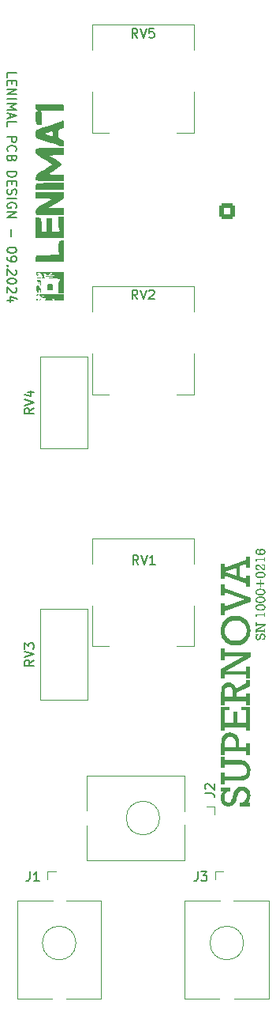
<source format=gto>
G04 #@! TF.GenerationSoftware,KiCad,Pcbnew,8.0.5*
G04 #@! TF.CreationDate,2024-11-24T11:29:42+01:00*
G04 #@! TF.ProjectId,wavefolder,77617665-666f-46c6-9465-722e6b696361,rev?*
G04 #@! TF.SameCoordinates,Original*
G04 #@! TF.FileFunction,Legend,Top*
G04 #@! TF.FilePolarity,Positive*
%FSLAX46Y46*%
G04 Gerber Fmt 4.6, Leading zero omitted, Abs format (unit mm)*
G04 Created by KiCad (PCBNEW 8.0.5) date 2024-11-24 11:29:42*
%MOMM*%
%LPD*%
G01*
G04 APERTURE LIST*
G04 Aperture macros list*
%AMRoundRect*
0 Rectangle with rounded corners*
0 $1 Rounding radius*
0 $2 $3 $4 $5 $6 $7 $8 $9 X,Y pos of 4 corners*
0 Add a 4 corners polygon primitive as box body*
4,1,4,$2,$3,$4,$5,$6,$7,$8,$9,$2,$3,0*
0 Add four circle primitives for the rounded corners*
1,1,$1+$1,$2,$3*
1,1,$1+$1,$4,$5*
1,1,$1+$1,$6,$7*
1,1,$1+$1,$8,$9*
0 Add four rect primitives between the rounded corners*
20,1,$1+$1,$2,$3,$4,$5,0*
20,1,$1+$1,$4,$5,$6,$7,0*
20,1,$1+$1,$6,$7,$8,$9,0*
20,1,$1+$1,$8,$9,$2,$3,0*%
G04 Aperture macros list end*
%ADD10C,0.150000*%
%ADD11C,0.120000*%
%ADD12C,0.000000*%
%ADD13R,1.930000X1.830000*%
%ADD14C,2.130000*%
%ADD15R,1.830000X1.930000*%
%ADD16O,4.000000X4.000000*%
%ADD17R,1.800000X1.800000*%
%ADD18C,1.800000*%
%ADD19C,1.440000*%
%ADD20RoundRect,0.250000X0.600000X-0.600000X0.600000X0.600000X-0.600000X0.600000X-0.600000X-0.600000X0*%
%ADD21C,1.700000*%
%ADD22C,2.000000*%
%ADD23R,1.600000X1.600000*%
%ADD24C,1.600000*%
G04 APERTURE END LIST*
D10*
G36*
X77165240Y-120416015D02*
G01*
X77098318Y-120416015D01*
X77098318Y-120289741D01*
X77410949Y-120289741D01*
X77410949Y-120416015D01*
X77338164Y-120416015D01*
X77296413Y-120448226D01*
X77263300Y-120484594D01*
X77235586Y-120532275D01*
X77219629Y-120585613D01*
X77215310Y-120635833D01*
X77218625Y-120685221D01*
X77231357Y-120734222D01*
X77249260Y-120766503D01*
X77287460Y-120798936D01*
X77335024Y-120811291D01*
X77346713Y-120811688D01*
X77397800Y-120802243D01*
X77438214Y-120771346D01*
X77440258Y-120768702D01*
X77464682Y-120726277D01*
X77482893Y-120678668D01*
X77494724Y-120637299D01*
X77526720Y-120515666D01*
X77541130Y-120467492D01*
X77559918Y-120418762D01*
X77584010Y-120372005D01*
X77608053Y-120337613D01*
X77643394Y-120299931D01*
X77683660Y-120270542D01*
X77715031Y-120256524D01*
X77763049Y-120244190D01*
X77815420Y-120238143D01*
X77841060Y-120237473D01*
X77891598Y-120240565D01*
X77945416Y-120251985D01*
X77993693Y-120271820D01*
X78036430Y-120300070D01*
X78063565Y-120325401D01*
X78095542Y-120366732D01*
X78119665Y-120413791D01*
X78135934Y-120466576D01*
X78143627Y-120516379D01*
X78145631Y-120561095D01*
X78142042Y-120612967D01*
X78131274Y-120663070D01*
X78113328Y-120711405D01*
X78088203Y-120757970D01*
X78055900Y-120802767D01*
X78043538Y-120817306D01*
X78130000Y-120817306D01*
X78130000Y-120946510D01*
X77754842Y-120946510D01*
X77754842Y-120817306D01*
X77844968Y-120817306D01*
X77893378Y-120786931D01*
X77933582Y-120753812D01*
X77970997Y-120710450D01*
X77996597Y-120663137D01*
X78010382Y-120611875D01*
X78013007Y-120575505D01*
X78008666Y-120524825D01*
X77993863Y-120477892D01*
X77968555Y-120440195D01*
X77926431Y-120409042D01*
X77876886Y-120394381D01*
X77843258Y-120392079D01*
X77792166Y-120401864D01*
X77749530Y-120431219D01*
X77719161Y-120472958D01*
X77698284Y-120520660D01*
X77689630Y-120548639D01*
X77653482Y-120677843D01*
X77637656Y-120727583D01*
X77616698Y-120779144D01*
X77593051Y-120823740D01*
X77562734Y-120866177D01*
X77546259Y-120883984D01*
X77504803Y-120916098D01*
X77456546Y-120937702D01*
X77407941Y-120948083D01*
X77367962Y-120950418D01*
X77319184Y-120947585D01*
X77267703Y-120937116D01*
X77222065Y-120918934D01*
X77177063Y-120888709D01*
X77157424Y-120869818D01*
X77124726Y-120825564D01*
X77103779Y-120780556D01*
X77089985Y-120729681D01*
X77083343Y-120672939D01*
X77082686Y-120646824D01*
X77086637Y-120593538D01*
X77098488Y-120541818D01*
X77118239Y-120491664D01*
X77145892Y-120443076D01*
X77165240Y-120416015D01*
G37*
G36*
X77227522Y-119355268D02*
G01*
X77227522Y-119503035D01*
X77098318Y-119503035D01*
X77098318Y-119078297D01*
X77227522Y-119078297D01*
X77227522Y-119230216D01*
X78145631Y-119230216D01*
X78145631Y-119390928D01*
X77260006Y-119887718D01*
X78000795Y-119887718D01*
X78000795Y-119739218D01*
X78130000Y-119739218D01*
X78130000Y-120162979D01*
X78000795Y-120162979D01*
X78000795Y-120015457D01*
X77227522Y-120015457D01*
X77227522Y-120162979D01*
X77098318Y-120162979D01*
X77098318Y-119810048D01*
X77903586Y-119355268D01*
X77227522Y-119355268D01*
G37*
G36*
X78003482Y-118037334D02*
G01*
X78130000Y-118037334D01*
X78130000Y-118455722D01*
X78003482Y-118455722D01*
X78003482Y-118313572D01*
X77221905Y-118313572D01*
X77221905Y-118455722D01*
X77098318Y-118455722D01*
X77098318Y-118171179D01*
X78003482Y-118171179D01*
X78003482Y-118037334D01*
G37*
G36*
X77666461Y-117083412D02*
G01*
X77715413Y-117086614D01*
X77771024Y-117093274D01*
X77823216Y-117103009D01*
X77871991Y-117115817D01*
X77902609Y-117126064D01*
X77952104Y-117146837D01*
X77996082Y-117171117D01*
X78039588Y-117203159D01*
X78075888Y-117239780D01*
X78083838Y-117249651D01*
X78110872Y-117291569D01*
X78130183Y-117337212D01*
X78141769Y-117386579D01*
X78145631Y-117439672D01*
X78142131Y-117492177D01*
X78131630Y-117540698D01*
X78109788Y-117593667D01*
X78077866Y-117640899D01*
X78043564Y-117675878D01*
X78002260Y-117706873D01*
X77955006Y-117733611D01*
X77902851Y-117755817D01*
X77845794Y-117773491D01*
X77796619Y-117784368D01*
X77744307Y-117792344D01*
X77688858Y-117797420D01*
X77630272Y-117799595D01*
X77615136Y-117799685D01*
X77563663Y-117798624D01*
X77514576Y-117795440D01*
X77458820Y-117788817D01*
X77406499Y-117779137D01*
X77357612Y-117766400D01*
X77326929Y-117756210D01*
X77277233Y-117735283D01*
X77233076Y-117710756D01*
X77189395Y-117678318D01*
X77152949Y-117641178D01*
X77144968Y-117631158D01*
X77117720Y-117588599D01*
X77098257Y-117542498D01*
X77086579Y-117492855D01*
X77082775Y-117440893D01*
X77203586Y-117440893D01*
X77210044Y-117490917D01*
X77232745Y-117538618D01*
X77271790Y-117577238D01*
X77306901Y-117597941D01*
X77356880Y-117617355D01*
X77407495Y-117630201D01*
X77465289Y-117639543D01*
X77518934Y-117644652D01*
X77577565Y-117647329D01*
X77615136Y-117647766D01*
X77667136Y-117646950D01*
X77726921Y-117643632D01*
X77780910Y-117637762D01*
X77829102Y-117629340D01*
X77879283Y-117615865D01*
X77927278Y-117595498D01*
X77969593Y-117566159D01*
X78002746Y-117525488D01*
X78020598Y-117476703D01*
X78023998Y-117439672D01*
X78016463Y-117386284D01*
X77993859Y-117340702D01*
X77956185Y-117302925D01*
X77928743Y-117285310D01*
X77880838Y-117264849D01*
X77830028Y-117251310D01*
X77780812Y-117242849D01*
X77725347Y-117236952D01*
X77676476Y-117234080D01*
X77623605Y-117232849D01*
X77609762Y-117232798D01*
X77556399Y-117233645D01*
X77507073Y-117236187D01*
X77451094Y-117241747D01*
X77401424Y-117249954D01*
X77350147Y-117263298D01*
X77301807Y-117283684D01*
X77295910Y-117287020D01*
X77255519Y-117316970D01*
X77223872Y-117357452D01*
X77206832Y-117405121D01*
X77203586Y-117440893D01*
X77082775Y-117440893D01*
X77082686Y-117439672D01*
X77086169Y-117387940D01*
X77096616Y-117340061D01*
X77118346Y-117287691D01*
X77150105Y-117240868D01*
X77191893Y-117199592D01*
X77225324Y-117175157D01*
X77272450Y-117148419D01*
X77324681Y-117126213D01*
X77382016Y-117108538D01*
X77431559Y-117097662D01*
X77484369Y-117089686D01*
X77540446Y-117084610D01*
X77599789Y-117082435D01*
X77615136Y-117082344D01*
X77666461Y-117083412D01*
G37*
G36*
X77666461Y-116261779D02*
G01*
X77715413Y-116264981D01*
X77771024Y-116271641D01*
X77823216Y-116281376D01*
X77871991Y-116294184D01*
X77902609Y-116304431D01*
X77952104Y-116325204D01*
X77996082Y-116349484D01*
X78039588Y-116381526D01*
X78075888Y-116418147D01*
X78083838Y-116428018D01*
X78110872Y-116469936D01*
X78130183Y-116515579D01*
X78141769Y-116564946D01*
X78145631Y-116618039D01*
X78142131Y-116670544D01*
X78131630Y-116719065D01*
X78109788Y-116772034D01*
X78077866Y-116819266D01*
X78043564Y-116854245D01*
X78002260Y-116885240D01*
X77955006Y-116911978D01*
X77902851Y-116934184D01*
X77845794Y-116951858D01*
X77796619Y-116962735D01*
X77744307Y-116970711D01*
X77688858Y-116975787D01*
X77630272Y-116977962D01*
X77615136Y-116978053D01*
X77563663Y-116976991D01*
X77514576Y-116973807D01*
X77458820Y-116967184D01*
X77406499Y-116957504D01*
X77357612Y-116944767D01*
X77326929Y-116934577D01*
X77277233Y-116913650D01*
X77233076Y-116889123D01*
X77189395Y-116856685D01*
X77152949Y-116819545D01*
X77144968Y-116809525D01*
X77117720Y-116766966D01*
X77098257Y-116720865D01*
X77086579Y-116671222D01*
X77082775Y-116619260D01*
X77203586Y-116619260D01*
X77210044Y-116669284D01*
X77232745Y-116716985D01*
X77271790Y-116755606D01*
X77306901Y-116776308D01*
X77356880Y-116795722D01*
X77407495Y-116808568D01*
X77465289Y-116817910D01*
X77518934Y-116823019D01*
X77577565Y-116825696D01*
X77615136Y-116826133D01*
X77667136Y-116825317D01*
X77726921Y-116821999D01*
X77780910Y-116816129D01*
X77829102Y-116807707D01*
X77879283Y-116794232D01*
X77927278Y-116773866D01*
X77969593Y-116744526D01*
X78002746Y-116703855D01*
X78020598Y-116655070D01*
X78023998Y-116618039D01*
X78016463Y-116564651D01*
X77993859Y-116519069D01*
X77956185Y-116481292D01*
X77928743Y-116463677D01*
X77880838Y-116443216D01*
X77830028Y-116429677D01*
X77780812Y-116421216D01*
X77725347Y-116415319D01*
X77676476Y-116412447D01*
X77623605Y-116411216D01*
X77609762Y-116411165D01*
X77556399Y-116412012D01*
X77507073Y-116414554D01*
X77451094Y-116420114D01*
X77401424Y-116428321D01*
X77350147Y-116441665D01*
X77301807Y-116462051D01*
X77295910Y-116465387D01*
X77255519Y-116495337D01*
X77223872Y-116535819D01*
X77206832Y-116583488D01*
X77203586Y-116619260D01*
X77082775Y-116619260D01*
X77082686Y-116618039D01*
X77086169Y-116566308D01*
X77096616Y-116518429D01*
X77118346Y-116466058D01*
X77150105Y-116419235D01*
X77191893Y-116377959D01*
X77225324Y-116353524D01*
X77272450Y-116326786D01*
X77324681Y-116304580D01*
X77382016Y-116286905D01*
X77431559Y-116276029D01*
X77484369Y-116268053D01*
X77540446Y-116262977D01*
X77599789Y-116260802D01*
X77615136Y-116260711D01*
X77666461Y-116261779D01*
G37*
G36*
X77666461Y-115440146D02*
G01*
X77715413Y-115443348D01*
X77771024Y-115450008D01*
X77823216Y-115459743D01*
X77871991Y-115472551D01*
X77902609Y-115482798D01*
X77952104Y-115503571D01*
X77996082Y-115527851D01*
X78039588Y-115559893D01*
X78075888Y-115596514D01*
X78083838Y-115606385D01*
X78110872Y-115648303D01*
X78130183Y-115693946D01*
X78141769Y-115743313D01*
X78145631Y-115796406D01*
X78142131Y-115848911D01*
X78131630Y-115897432D01*
X78109788Y-115950401D01*
X78077866Y-115997633D01*
X78043564Y-116032612D01*
X78002260Y-116063607D01*
X77955006Y-116090345D01*
X77902851Y-116112551D01*
X77845794Y-116130226D01*
X77796619Y-116141102D01*
X77744307Y-116149078D01*
X77688858Y-116154154D01*
X77630272Y-116156329D01*
X77615136Y-116156420D01*
X77563663Y-116155358D01*
X77514576Y-116152174D01*
X77458820Y-116145551D01*
X77406499Y-116135871D01*
X77357612Y-116123134D01*
X77326929Y-116112944D01*
X77277233Y-116092017D01*
X77233076Y-116067490D01*
X77189395Y-116035052D01*
X77152949Y-115997912D01*
X77144968Y-115987892D01*
X77117720Y-115945333D01*
X77098257Y-115899232D01*
X77086579Y-115849590D01*
X77082775Y-115797627D01*
X77203586Y-115797627D01*
X77210044Y-115847651D01*
X77232745Y-115895352D01*
X77271790Y-115933973D01*
X77306901Y-115954675D01*
X77356880Y-115974089D01*
X77407495Y-115986935D01*
X77465289Y-115996277D01*
X77518934Y-116001386D01*
X77577565Y-116004063D01*
X77615136Y-116004501D01*
X77667136Y-116003684D01*
X77726921Y-116000366D01*
X77780910Y-115994496D01*
X77829102Y-115986074D01*
X77879283Y-115972599D01*
X77927278Y-115952233D01*
X77969593Y-115922893D01*
X78002746Y-115882222D01*
X78020598Y-115833437D01*
X78023998Y-115796406D01*
X78016463Y-115743018D01*
X77993859Y-115697436D01*
X77956185Y-115659659D01*
X77928743Y-115642044D01*
X77880838Y-115621583D01*
X77830028Y-115608045D01*
X77780812Y-115599583D01*
X77725347Y-115593686D01*
X77676476Y-115590814D01*
X77623605Y-115589583D01*
X77609762Y-115589532D01*
X77556399Y-115590379D01*
X77507073Y-115592921D01*
X77451094Y-115598481D01*
X77401424Y-115606688D01*
X77350147Y-115620032D01*
X77301807Y-115640418D01*
X77295910Y-115643754D01*
X77255519Y-115673704D01*
X77223872Y-115714186D01*
X77206832Y-115761855D01*
X77203586Y-115797627D01*
X77082775Y-115797627D01*
X77082686Y-115796406D01*
X77086169Y-115744675D01*
X77096616Y-115696796D01*
X77118346Y-115644426D01*
X77150105Y-115597602D01*
X77191893Y-115556326D01*
X77225324Y-115531891D01*
X77272450Y-115505153D01*
X77324681Y-115482947D01*
X77382016Y-115465272D01*
X77431559Y-115454396D01*
X77484369Y-115446420D01*
X77540446Y-115441344D01*
X77599789Y-115439169D01*
X77615136Y-115439078D01*
X77666461Y-115440146D01*
G37*
G36*
X77551632Y-114472609D02*
G01*
X77669846Y-114472609D01*
X77669846Y-114821632D01*
X78020579Y-114821632D01*
X78020579Y-114938381D01*
X77669846Y-114938381D01*
X77669846Y-115287404D01*
X77551632Y-115287404D01*
X77551632Y-114938381D01*
X77207739Y-114938381D01*
X77207739Y-114821632D01*
X77551632Y-114821632D01*
X77551632Y-114472609D01*
G37*
G36*
X77666461Y-113606370D02*
G01*
X77715413Y-113609573D01*
X77771024Y-113616233D01*
X77823216Y-113625967D01*
X77871991Y-113638776D01*
X77902609Y-113649023D01*
X77952104Y-113669796D01*
X77996082Y-113694076D01*
X78039588Y-113726117D01*
X78075888Y-113762739D01*
X78083838Y-113772609D01*
X78110872Y-113814528D01*
X78130183Y-113860170D01*
X78141769Y-113909538D01*
X78145631Y-113962630D01*
X78142131Y-114015135D01*
X78131630Y-114063657D01*
X78109788Y-114116625D01*
X78077866Y-114163858D01*
X78043564Y-114198837D01*
X78002260Y-114229832D01*
X77955006Y-114256570D01*
X77902851Y-114278776D01*
X77845794Y-114296450D01*
X77796619Y-114307327D01*
X77744307Y-114315303D01*
X77688858Y-114320378D01*
X77630272Y-114322554D01*
X77615136Y-114322644D01*
X77563663Y-114321583D01*
X77514576Y-114318399D01*
X77458820Y-114311775D01*
X77406499Y-114302095D01*
X77357612Y-114289359D01*
X77326929Y-114279169D01*
X77277233Y-114258242D01*
X77233076Y-114233715D01*
X77189395Y-114201277D01*
X77152949Y-114164136D01*
X77144968Y-114154117D01*
X77117720Y-114111557D01*
X77098257Y-114065457D01*
X77086579Y-114015814D01*
X77082775Y-113963852D01*
X77203586Y-113963852D01*
X77210044Y-114013876D01*
X77232745Y-114061577D01*
X77271790Y-114100197D01*
X77306901Y-114120900D01*
X77356880Y-114140314D01*
X77407495Y-114153160D01*
X77465289Y-114162502D01*
X77518934Y-114167611D01*
X77577565Y-114170287D01*
X77615136Y-114170725D01*
X77667136Y-114169909D01*
X77726921Y-114166591D01*
X77780910Y-114160721D01*
X77829102Y-114152299D01*
X77879283Y-114138823D01*
X77927278Y-114118457D01*
X77969593Y-114089118D01*
X78002746Y-114048447D01*
X78020598Y-113999662D01*
X78023998Y-113962630D01*
X78016463Y-113909243D01*
X77993859Y-113863660D01*
X77956185Y-113825883D01*
X77928743Y-113808269D01*
X77880838Y-113787808D01*
X77830028Y-113774269D01*
X77780812Y-113765808D01*
X77725347Y-113759910D01*
X77676476Y-113757039D01*
X77623605Y-113755808D01*
X77609762Y-113755757D01*
X77556399Y-113756604D01*
X77507073Y-113759146D01*
X77451094Y-113764705D01*
X77401424Y-113772913D01*
X77350147Y-113786256D01*
X77301807Y-113806643D01*
X77295910Y-113809979D01*
X77255519Y-113839929D01*
X77223872Y-113880411D01*
X77206832Y-113928080D01*
X77203586Y-113963852D01*
X77082775Y-113963852D01*
X77082686Y-113962630D01*
X77086169Y-113910899D01*
X77096616Y-113863020D01*
X77118346Y-113810650D01*
X77150105Y-113763827D01*
X77191893Y-113722551D01*
X77225324Y-113698115D01*
X77272450Y-113671377D01*
X77324681Y-113649171D01*
X77382016Y-113631497D01*
X77431559Y-113620621D01*
X77484369Y-113612645D01*
X77540446Y-113607569D01*
X77599789Y-113605394D01*
X77615136Y-113605303D01*
X77666461Y-113606370D01*
G37*
G36*
X77362833Y-112831053D02*
G01*
X77414901Y-112835394D01*
X77462724Y-112848417D01*
X77510426Y-112872771D01*
X77514508Y-112875505D01*
X77556830Y-112909814D01*
X77593161Y-112946878D01*
X77626754Y-112986321D01*
X77656888Y-113025339D01*
X77662030Y-113032309D01*
X77711367Y-113098499D01*
X77744035Y-113141450D01*
X77776073Y-113182284D01*
X77808599Y-113221714D01*
X77811018Y-113224528D01*
X77846114Y-113260826D01*
X77884295Y-113292355D01*
X77895771Y-113300488D01*
X77938480Y-113324270D01*
X77985396Y-113340479D01*
X77999574Y-113343719D01*
X77999574Y-112954152D01*
X77754842Y-112948046D01*
X77754842Y-112822993D01*
X78130000Y-112831053D01*
X78130000Y-113493928D01*
X78076558Y-113491347D01*
X78026296Y-113484886D01*
X77972745Y-113472750D01*
X77923347Y-113455546D01*
X77911646Y-113450453D01*
X77867393Y-113428319D01*
X77822461Y-113401009D01*
X77782668Y-113371149D01*
X77758995Y-113349825D01*
X77721299Y-113311051D01*
X77687129Y-113272240D01*
X77652726Y-113229719D01*
X77637362Y-113209630D01*
X77560181Y-113107292D01*
X77529088Y-113067326D01*
X77493917Y-113030323D01*
X77466392Y-113008618D01*
X77420657Y-112987369D01*
X77368939Y-112980286D01*
X77319889Y-112985596D01*
X77272264Y-113005565D01*
X77248527Y-113025226D01*
X77220379Y-113067384D01*
X77207132Y-113116316D01*
X77205052Y-113149302D01*
X77209843Y-113201567D01*
X77226406Y-113248173D01*
X77258289Y-113285500D01*
X77265624Y-113290718D01*
X77310017Y-113311713D01*
X77361146Y-113323959D01*
X77415483Y-113329558D01*
X77453691Y-113330530D01*
X77489106Y-113330530D01*
X77489106Y-113467306D01*
X77448806Y-113467306D01*
X77398394Y-113465529D01*
X77342638Y-113458705D01*
X77292051Y-113446764D01*
X77239566Y-113426365D01*
X77194117Y-113398999D01*
X77188199Y-113394521D01*
X77151551Y-113359247D01*
X77122940Y-113319371D01*
X77108332Y-113290230D01*
X77092704Y-113241435D01*
X77084715Y-113190792D01*
X77082686Y-113145150D01*
X77085144Y-113095034D01*
X77093784Y-113043799D01*
X77110681Y-112993262D01*
X77122009Y-112970516D01*
X77151901Y-112926509D01*
X77187507Y-112890871D01*
X77224836Y-112865736D01*
X77269793Y-112845990D01*
X77317347Y-112834440D01*
X77362833Y-112831053D01*
G37*
G36*
X78003482Y-112095394D02*
G01*
X78130000Y-112095394D01*
X78130000Y-112513782D01*
X78003482Y-112513782D01*
X78003482Y-112371632D01*
X77221905Y-112371632D01*
X77221905Y-112513782D01*
X77098318Y-112513782D01*
X77098318Y-112229239D01*
X78003482Y-112229239D01*
X78003482Y-112095394D01*
G37*
G36*
X77843394Y-111172836D02*
G01*
X77894725Y-111181472D01*
X77943274Y-111195866D01*
X77969043Y-111206350D01*
X78016351Y-111232434D01*
X78057219Y-111265197D01*
X78091647Y-111304638D01*
X78097759Y-111313328D01*
X78123004Y-111359868D01*
X78138899Y-111411560D01*
X78145210Y-111462487D01*
X78145631Y-111480390D01*
X78142135Y-111531132D01*
X78129846Y-111584567D01*
X78108707Y-111634137D01*
X78089699Y-111665038D01*
X78057978Y-111702834D01*
X78018747Y-111736357D01*
X77972005Y-111765605D01*
X77924945Y-111787691D01*
X77917752Y-111790579D01*
X77864154Y-111808375D01*
X77813859Y-111820150D01*
X77759546Y-111828714D01*
X77701214Y-111834067D01*
X77649534Y-111836074D01*
X77628080Y-111836252D01*
X77565829Y-111834794D01*
X77507058Y-111830421D01*
X77451768Y-111823132D01*
X77399958Y-111812927D01*
X77351628Y-111799807D01*
X77296111Y-111779306D01*
X77246031Y-111754249D01*
X77227522Y-111742951D01*
X77185797Y-111711679D01*
X77151144Y-111676328D01*
X77118895Y-111628524D01*
X77096830Y-111574845D01*
X77086222Y-111525627D01*
X77082686Y-111472330D01*
X77086870Y-111415914D01*
X77099423Y-111365060D01*
X77120343Y-111319770D01*
X77149632Y-111280042D01*
X77170125Y-111259839D01*
X77210704Y-111229472D01*
X77256144Y-111206117D01*
X77306447Y-111189775D01*
X77361612Y-111180445D01*
X77395317Y-111178262D01*
X77395317Y-111303314D01*
X77343074Y-111315042D01*
X77296834Y-111336121D01*
X77260006Y-111363398D01*
X77226518Y-111404477D01*
X77208487Y-111452974D01*
X77205052Y-111489427D01*
X77213031Y-111540705D01*
X77236968Y-111585452D01*
X77276864Y-111623669D01*
X77305924Y-111642079D01*
X77353819Y-111663906D01*
X77400863Y-111678578D01*
X77453436Y-111689523D01*
X77511539Y-111696742D01*
X77564182Y-111699910D01*
X77586315Y-111700453D01*
X77547967Y-111658759D01*
X77517553Y-111615193D01*
X77495073Y-111569756D01*
X77480527Y-111522446D01*
X77473955Y-111473551D01*
X77608053Y-111473551D01*
X77614551Y-111522138D01*
X77634045Y-111570443D01*
X77661099Y-111611625D01*
X77697701Y-111652601D01*
X77735497Y-111686589D01*
X77743852Y-111693370D01*
X77793437Y-111685702D01*
X77851963Y-111671712D01*
X77901819Y-111653416D01*
X77951946Y-111624494D01*
X77988526Y-111588845D01*
X78014538Y-111537187D01*
X78021311Y-111486741D01*
X78015253Y-111436513D01*
X77994594Y-111389363D01*
X77959274Y-111350697D01*
X77917423Y-111324293D01*
X77869419Y-111307669D01*
X77820954Y-111301068D01*
X77803691Y-111300628D01*
X77753349Y-111305088D01*
X77704751Y-111320297D01*
X77663251Y-111346301D01*
X77629615Y-111385605D01*
X77611502Y-111435007D01*
X77608053Y-111473551D01*
X77473955Y-111473551D01*
X77473916Y-111473264D01*
X77473475Y-111456454D01*
X77477833Y-111405723D01*
X77490907Y-111357300D01*
X77510355Y-111315282D01*
X77539809Y-111273172D01*
X77577459Y-111237180D01*
X77618799Y-111209769D01*
X77666093Y-111188775D01*
X77718824Y-111175556D01*
X77770932Y-111170308D01*
X77789281Y-111169958D01*
X77843394Y-111172836D01*
G37*
X50430180Y-60712969D02*
X50430180Y-60236779D01*
X50430180Y-60236779D02*
X51430180Y-60236779D01*
X50953990Y-61046303D02*
X50953990Y-61379636D01*
X50430180Y-61522493D02*
X50430180Y-61046303D01*
X50430180Y-61046303D02*
X51430180Y-61046303D01*
X51430180Y-61046303D02*
X51430180Y-61522493D01*
X50430180Y-61951065D02*
X51430180Y-61951065D01*
X51430180Y-61951065D02*
X50430180Y-62522493D01*
X50430180Y-62522493D02*
X51430180Y-62522493D01*
X50430180Y-62998684D02*
X51430180Y-62998684D01*
X50430180Y-63474874D02*
X51430180Y-63474874D01*
X51430180Y-63474874D02*
X50715895Y-63808207D01*
X50715895Y-63808207D02*
X51430180Y-64141540D01*
X51430180Y-64141540D02*
X50430180Y-64141540D01*
X50715895Y-64570112D02*
X50715895Y-65046302D01*
X50430180Y-64474874D02*
X51430180Y-64808207D01*
X51430180Y-64808207D02*
X50430180Y-65141540D01*
X50430180Y-65951064D02*
X50430180Y-65474874D01*
X50430180Y-65474874D02*
X51430180Y-65474874D01*
X50430180Y-67046303D02*
X51430180Y-67046303D01*
X51430180Y-67046303D02*
X51430180Y-67427255D01*
X51430180Y-67427255D02*
X51382561Y-67522493D01*
X51382561Y-67522493D02*
X51334942Y-67570112D01*
X51334942Y-67570112D02*
X51239704Y-67617731D01*
X51239704Y-67617731D02*
X51096847Y-67617731D01*
X51096847Y-67617731D02*
X51001609Y-67570112D01*
X51001609Y-67570112D02*
X50953990Y-67522493D01*
X50953990Y-67522493D02*
X50906371Y-67427255D01*
X50906371Y-67427255D02*
X50906371Y-67046303D01*
X50525419Y-68617731D02*
X50477800Y-68570112D01*
X50477800Y-68570112D02*
X50430180Y-68427255D01*
X50430180Y-68427255D02*
X50430180Y-68332017D01*
X50430180Y-68332017D02*
X50477800Y-68189160D01*
X50477800Y-68189160D02*
X50573038Y-68093922D01*
X50573038Y-68093922D02*
X50668276Y-68046303D01*
X50668276Y-68046303D02*
X50858752Y-67998684D01*
X50858752Y-67998684D02*
X51001609Y-67998684D01*
X51001609Y-67998684D02*
X51192085Y-68046303D01*
X51192085Y-68046303D02*
X51287323Y-68093922D01*
X51287323Y-68093922D02*
X51382561Y-68189160D01*
X51382561Y-68189160D02*
X51430180Y-68332017D01*
X51430180Y-68332017D02*
X51430180Y-68427255D01*
X51430180Y-68427255D02*
X51382561Y-68570112D01*
X51382561Y-68570112D02*
X51334942Y-68617731D01*
X50953990Y-69379636D02*
X50906371Y-69522493D01*
X50906371Y-69522493D02*
X50858752Y-69570112D01*
X50858752Y-69570112D02*
X50763514Y-69617731D01*
X50763514Y-69617731D02*
X50620657Y-69617731D01*
X50620657Y-69617731D02*
X50525419Y-69570112D01*
X50525419Y-69570112D02*
X50477800Y-69522493D01*
X50477800Y-69522493D02*
X50430180Y-69427255D01*
X50430180Y-69427255D02*
X50430180Y-69046303D01*
X50430180Y-69046303D02*
X51430180Y-69046303D01*
X51430180Y-69046303D02*
X51430180Y-69379636D01*
X51430180Y-69379636D02*
X51382561Y-69474874D01*
X51382561Y-69474874D02*
X51334942Y-69522493D01*
X51334942Y-69522493D02*
X51239704Y-69570112D01*
X51239704Y-69570112D02*
X51144466Y-69570112D01*
X51144466Y-69570112D02*
X51049228Y-69522493D01*
X51049228Y-69522493D02*
X51001609Y-69474874D01*
X51001609Y-69474874D02*
X50953990Y-69379636D01*
X50953990Y-69379636D02*
X50953990Y-69046303D01*
X50430180Y-70808208D02*
X51430180Y-70808208D01*
X51430180Y-70808208D02*
X51430180Y-71046303D01*
X51430180Y-71046303D02*
X51382561Y-71189160D01*
X51382561Y-71189160D02*
X51287323Y-71284398D01*
X51287323Y-71284398D02*
X51192085Y-71332017D01*
X51192085Y-71332017D02*
X51001609Y-71379636D01*
X51001609Y-71379636D02*
X50858752Y-71379636D01*
X50858752Y-71379636D02*
X50668276Y-71332017D01*
X50668276Y-71332017D02*
X50573038Y-71284398D01*
X50573038Y-71284398D02*
X50477800Y-71189160D01*
X50477800Y-71189160D02*
X50430180Y-71046303D01*
X50430180Y-71046303D02*
X50430180Y-70808208D01*
X50953990Y-71808208D02*
X50953990Y-72141541D01*
X50430180Y-72284398D02*
X50430180Y-71808208D01*
X50430180Y-71808208D02*
X51430180Y-71808208D01*
X51430180Y-71808208D02*
X51430180Y-72284398D01*
X50477800Y-72665351D02*
X50430180Y-72808208D01*
X50430180Y-72808208D02*
X50430180Y-73046303D01*
X50430180Y-73046303D02*
X50477800Y-73141541D01*
X50477800Y-73141541D02*
X50525419Y-73189160D01*
X50525419Y-73189160D02*
X50620657Y-73236779D01*
X50620657Y-73236779D02*
X50715895Y-73236779D01*
X50715895Y-73236779D02*
X50811133Y-73189160D01*
X50811133Y-73189160D02*
X50858752Y-73141541D01*
X50858752Y-73141541D02*
X50906371Y-73046303D01*
X50906371Y-73046303D02*
X50953990Y-72855827D01*
X50953990Y-72855827D02*
X51001609Y-72760589D01*
X51001609Y-72760589D02*
X51049228Y-72712970D01*
X51049228Y-72712970D02*
X51144466Y-72665351D01*
X51144466Y-72665351D02*
X51239704Y-72665351D01*
X51239704Y-72665351D02*
X51334942Y-72712970D01*
X51334942Y-72712970D02*
X51382561Y-72760589D01*
X51382561Y-72760589D02*
X51430180Y-72855827D01*
X51430180Y-72855827D02*
X51430180Y-73093922D01*
X51430180Y-73093922D02*
X51382561Y-73236779D01*
X50430180Y-73665351D02*
X51430180Y-73665351D01*
X51382561Y-74665350D02*
X51430180Y-74570112D01*
X51430180Y-74570112D02*
X51430180Y-74427255D01*
X51430180Y-74427255D02*
X51382561Y-74284398D01*
X51382561Y-74284398D02*
X51287323Y-74189160D01*
X51287323Y-74189160D02*
X51192085Y-74141541D01*
X51192085Y-74141541D02*
X51001609Y-74093922D01*
X51001609Y-74093922D02*
X50858752Y-74093922D01*
X50858752Y-74093922D02*
X50668276Y-74141541D01*
X50668276Y-74141541D02*
X50573038Y-74189160D01*
X50573038Y-74189160D02*
X50477800Y-74284398D01*
X50477800Y-74284398D02*
X50430180Y-74427255D01*
X50430180Y-74427255D02*
X50430180Y-74522493D01*
X50430180Y-74522493D02*
X50477800Y-74665350D01*
X50477800Y-74665350D02*
X50525419Y-74712969D01*
X50525419Y-74712969D02*
X50858752Y-74712969D01*
X50858752Y-74712969D02*
X50858752Y-74522493D01*
X50430180Y-75141541D02*
X51430180Y-75141541D01*
X51430180Y-75141541D02*
X50430180Y-75712969D01*
X50430180Y-75712969D02*
X51430180Y-75712969D01*
X50811133Y-76951065D02*
X50811133Y-77712970D01*
X51430180Y-79141541D02*
X51430180Y-79236779D01*
X51430180Y-79236779D02*
X51382561Y-79332017D01*
X51382561Y-79332017D02*
X51334942Y-79379636D01*
X51334942Y-79379636D02*
X51239704Y-79427255D01*
X51239704Y-79427255D02*
X51049228Y-79474874D01*
X51049228Y-79474874D02*
X50811133Y-79474874D01*
X50811133Y-79474874D02*
X50620657Y-79427255D01*
X50620657Y-79427255D02*
X50525419Y-79379636D01*
X50525419Y-79379636D02*
X50477800Y-79332017D01*
X50477800Y-79332017D02*
X50430180Y-79236779D01*
X50430180Y-79236779D02*
X50430180Y-79141541D01*
X50430180Y-79141541D02*
X50477800Y-79046303D01*
X50477800Y-79046303D02*
X50525419Y-78998684D01*
X50525419Y-78998684D02*
X50620657Y-78951065D01*
X50620657Y-78951065D02*
X50811133Y-78903446D01*
X50811133Y-78903446D02*
X51049228Y-78903446D01*
X51049228Y-78903446D02*
X51239704Y-78951065D01*
X51239704Y-78951065D02*
X51334942Y-78998684D01*
X51334942Y-78998684D02*
X51382561Y-79046303D01*
X51382561Y-79046303D02*
X51430180Y-79141541D01*
X50430180Y-79951065D02*
X50430180Y-80141541D01*
X50430180Y-80141541D02*
X50477800Y-80236779D01*
X50477800Y-80236779D02*
X50525419Y-80284398D01*
X50525419Y-80284398D02*
X50668276Y-80379636D01*
X50668276Y-80379636D02*
X50858752Y-80427255D01*
X50858752Y-80427255D02*
X51239704Y-80427255D01*
X51239704Y-80427255D02*
X51334942Y-80379636D01*
X51334942Y-80379636D02*
X51382561Y-80332017D01*
X51382561Y-80332017D02*
X51430180Y-80236779D01*
X51430180Y-80236779D02*
X51430180Y-80046303D01*
X51430180Y-80046303D02*
X51382561Y-79951065D01*
X51382561Y-79951065D02*
X51334942Y-79903446D01*
X51334942Y-79903446D02*
X51239704Y-79855827D01*
X51239704Y-79855827D02*
X51001609Y-79855827D01*
X51001609Y-79855827D02*
X50906371Y-79903446D01*
X50906371Y-79903446D02*
X50858752Y-79951065D01*
X50858752Y-79951065D02*
X50811133Y-80046303D01*
X50811133Y-80046303D02*
X50811133Y-80236779D01*
X50811133Y-80236779D02*
X50858752Y-80332017D01*
X50858752Y-80332017D02*
X50906371Y-80379636D01*
X50906371Y-80379636D02*
X51001609Y-80427255D01*
X50525419Y-80855827D02*
X50477800Y-80903446D01*
X50477800Y-80903446D02*
X50430180Y-80855827D01*
X50430180Y-80855827D02*
X50477800Y-80808208D01*
X50477800Y-80808208D02*
X50525419Y-80855827D01*
X50525419Y-80855827D02*
X50430180Y-80855827D01*
X51334942Y-81284398D02*
X51382561Y-81332017D01*
X51382561Y-81332017D02*
X51430180Y-81427255D01*
X51430180Y-81427255D02*
X51430180Y-81665350D01*
X51430180Y-81665350D02*
X51382561Y-81760588D01*
X51382561Y-81760588D02*
X51334942Y-81808207D01*
X51334942Y-81808207D02*
X51239704Y-81855826D01*
X51239704Y-81855826D02*
X51144466Y-81855826D01*
X51144466Y-81855826D02*
X51001609Y-81808207D01*
X51001609Y-81808207D02*
X50430180Y-81236779D01*
X50430180Y-81236779D02*
X50430180Y-81855826D01*
X51430180Y-82474874D02*
X51430180Y-82570112D01*
X51430180Y-82570112D02*
X51382561Y-82665350D01*
X51382561Y-82665350D02*
X51334942Y-82712969D01*
X51334942Y-82712969D02*
X51239704Y-82760588D01*
X51239704Y-82760588D02*
X51049228Y-82808207D01*
X51049228Y-82808207D02*
X50811133Y-82808207D01*
X50811133Y-82808207D02*
X50620657Y-82760588D01*
X50620657Y-82760588D02*
X50525419Y-82712969D01*
X50525419Y-82712969D02*
X50477800Y-82665350D01*
X50477800Y-82665350D02*
X50430180Y-82570112D01*
X50430180Y-82570112D02*
X50430180Y-82474874D01*
X50430180Y-82474874D02*
X50477800Y-82379636D01*
X50477800Y-82379636D02*
X50525419Y-82332017D01*
X50525419Y-82332017D02*
X50620657Y-82284398D01*
X50620657Y-82284398D02*
X50811133Y-82236779D01*
X50811133Y-82236779D02*
X51049228Y-82236779D01*
X51049228Y-82236779D02*
X51239704Y-82284398D01*
X51239704Y-82284398D02*
X51334942Y-82332017D01*
X51334942Y-82332017D02*
X51382561Y-82379636D01*
X51382561Y-82379636D02*
X51430180Y-82474874D01*
X51334942Y-83189160D02*
X51382561Y-83236779D01*
X51382561Y-83236779D02*
X51430180Y-83332017D01*
X51430180Y-83332017D02*
X51430180Y-83570112D01*
X51430180Y-83570112D02*
X51382561Y-83665350D01*
X51382561Y-83665350D02*
X51334942Y-83712969D01*
X51334942Y-83712969D02*
X51239704Y-83760588D01*
X51239704Y-83760588D02*
X51144466Y-83760588D01*
X51144466Y-83760588D02*
X51001609Y-83712969D01*
X51001609Y-83712969D02*
X50430180Y-83141541D01*
X50430180Y-83141541D02*
X50430180Y-83760588D01*
X51096847Y-84617731D02*
X50430180Y-84617731D01*
X51477800Y-84379636D02*
X50763514Y-84141541D01*
X50763514Y-84141541D02*
X50763514Y-84760588D01*
G36*
X73595722Y-137148046D02*
G01*
X73394954Y-137148046D01*
X73394954Y-136769225D01*
X74332847Y-136769225D01*
X74332847Y-137148046D01*
X74114494Y-137148046D01*
X73989240Y-137244680D01*
X73889901Y-137353782D01*
X73806758Y-137496826D01*
X73758888Y-137656840D01*
X73745931Y-137807501D01*
X73755877Y-137955664D01*
X73794071Y-138102668D01*
X73847780Y-138199511D01*
X73962380Y-138296809D01*
X74105073Y-138333874D01*
X74140139Y-138335066D01*
X74293400Y-138306730D01*
X74414644Y-138214040D01*
X74420774Y-138206106D01*
X74494048Y-138078833D01*
X74548681Y-137936004D01*
X74584173Y-137811898D01*
X74680160Y-137446999D01*
X74723392Y-137302477D01*
X74779755Y-137156287D01*
X74852031Y-137016017D01*
X74924159Y-136912840D01*
X75030182Y-136799795D01*
X75150980Y-136711627D01*
X75245094Y-136669574D01*
X75389148Y-136632570D01*
X75546262Y-136614430D01*
X75623182Y-136612421D01*
X75774796Y-136621695D01*
X75936248Y-136655955D01*
X76081080Y-136715461D01*
X76209292Y-136800211D01*
X76290697Y-136876203D01*
X76386628Y-137000198D01*
X76458996Y-137141374D01*
X76507803Y-137299730D01*
X76530883Y-137449138D01*
X76536894Y-137583286D01*
X76526126Y-137738902D01*
X76493823Y-137889212D01*
X76439985Y-138034215D01*
X76364611Y-138173911D01*
X76267702Y-138308301D01*
X76230614Y-138351919D01*
X76490000Y-138351919D01*
X76490000Y-138739532D01*
X75364528Y-138739532D01*
X75364528Y-138351919D01*
X75634905Y-138351919D01*
X75780134Y-138260793D01*
X75900748Y-138161438D01*
X76012993Y-138031350D01*
X76089792Y-137889412D01*
X76131146Y-137735625D01*
X76139023Y-137626517D01*
X76125999Y-137474476D01*
X76081591Y-137333678D01*
X76005666Y-137220586D01*
X75879295Y-137127126D01*
X75730660Y-137083145D01*
X75629776Y-137076238D01*
X75476499Y-137105593D01*
X75348592Y-137193658D01*
X75257485Y-137318875D01*
X75194854Y-137461980D01*
X75168890Y-137545917D01*
X75060446Y-137933531D01*
X75012970Y-138082750D01*
X74950094Y-138237434D01*
X74879153Y-138371221D01*
X74788203Y-138498533D01*
X74738778Y-138551953D01*
X74614409Y-138648296D01*
X74469638Y-138713108D01*
X74323825Y-138744249D01*
X74203886Y-138751256D01*
X74057553Y-138742755D01*
X73903109Y-138711349D01*
X73766196Y-138656802D01*
X73631190Y-138566127D01*
X73572274Y-138509455D01*
X73474180Y-138376694D01*
X73411339Y-138241669D01*
X73369956Y-138089044D01*
X73350030Y-137918817D01*
X73348060Y-137840474D01*
X73359911Y-137680615D01*
X73395464Y-137525455D01*
X73454719Y-137374993D01*
X73537676Y-137229230D01*
X73595722Y-137148046D01*
G37*
G36*
X73782568Y-135531646D02*
G01*
X75355003Y-135531646D01*
X75503217Y-135526031D01*
X75656274Y-135505284D01*
X75805006Y-135462854D01*
X75938939Y-135391254D01*
X75963900Y-135371912D01*
X76065137Y-135257480D01*
X76128879Y-135113854D01*
X76154188Y-134959629D01*
X76155875Y-134902965D01*
X76143968Y-134755870D01*
X76102108Y-134612722D01*
X76020249Y-134481403D01*
X75965366Y-134426692D01*
X75840411Y-134347351D01*
X75699463Y-134298625D01*
X75553069Y-134272819D01*
X75385146Y-134262721D01*
X75359399Y-134262561D01*
X73782568Y-134262561D01*
X73782568Y-134625261D01*
X73394954Y-134625261D01*
X73394954Y-133409665D01*
X73782568Y-133409665D01*
X73782568Y-133796545D01*
X75403363Y-133796545D01*
X75569819Y-133803415D01*
X75723431Y-133824023D01*
X75890811Y-133866887D01*
X76039695Y-133929535D01*
X76170083Y-134011967D01*
X76246734Y-134077913D01*
X76345343Y-134192674D01*
X76423550Y-134325930D01*
X76481356Y-134477682D01*
X76518759Y-134647930D01*
X76534344Y-134803932D01*
X76536894Y-134903698D01*
X76529864Y-135068319D01*
X76508773Y-135219630D01*
X76464904Y-135383635D01*
X76400787Y-135528475D01*
X76316423Y-135654149D01*
X76248932Y-135727285D01*
X76130539Y-135820665D01*
X75991332Y-135894725D01*
X75831311Y-135949465D01*
X75682060Y-135980323D01*
X75518356Y-135997765D01*
X75376985Y-136002058D01*
X73782568Y-136002058D01*
X73782568Y-136385275D01*
X73394954Y-136385275D01*
X73394954Y-135165282D01*
X73782568Y-135165282D01*
X73782568Y-135531646D01*
G37*
G36*
X74511278Y-130852846D02*
G01*
X74676911Y-130886821D01*
X74827118Y-130945830D01*
X74961897Y-131029875D01*
X75048722Y-131105233D01*
X75152001Y-131237032D01*
X75220711Y-131377630D01*
X75271132Y-131543731D01*
X75299178Y-131701629D01*
X75314523Y-131877236D01*
X75317634Y-131991102D01*
X75317634Y-132399232D01*
X76102386Y-132399232D01*
X76102386Y-131995498D01*
X76490000Y-131995498D01*
X76490000Y-133256524D01*
X76102386Y-133256524D01*
X76102386Y-132869644D01*
X73782568Y-132869644D01*
X73782568Y-133256524D01*
X73394954Y-133256524D01*
X73394954Y-132100279D01*
X73395468Y-132076099D01*
X73782568Y-132076099D01*
X73782568Y-132399232D01*
X74942477Y-132399232D01*
X74942477Y-132109071D01*
X74938304Y-131957075D01*
X74923878Y-131809670D01*
X74892966Y-131662632D01*
X74889720Y-131651849D01*
X74823356Y-131511231D01*
X74715302Y-131405604D01*
X74707271Y-131400523D01*
X74563466Y-131342670D01*
X74416428Y-131321891D01*
X74346769Y-131319923D01*
X74194720Y-131333485D01*
X74054872Y-131380369D01*
X73936412Y-131470619D01*
X73918855Y-131491381D01*
X73846985Y-131621841D01*
X73805060Y-131779879D01*
X73787359Y-131929404D01*
X73782568Y-132076099D01*
X73395468Y-132076099D01*
X73398535Y-131931748D01*
X73409277Y-131776768D01*
X73430860Y-131613082D01*
X73462191Y-131467839D01*
X73496803Y-131358025D01*
X73562144Y-131215398D01*
X73654593Y-131085883D01*
X73767937Y-130986850D01*
X73806015Y-130963084D01*
X73949240Y-130900101D01*
X74100658Y-130863361D01*
X74253157Y-130846565D01*
X74357027Y-130843649D01*
X74511278Y-130852846D01*
G37*
G36*
X74285952Y-128476203D02*
G01*
X73782568Y-128476203D01*
X73782568Y-129805373D01*
X74708004Y-129805373D01*
X74708004Y-128649127D01*
X75095617Y-128649127D01*
X75095617Y-129805373D01*
X76102386Y-129805373D01*
X76102386Y-128476203D01*
X75552107Y-128476203D01*
X75552107Y-128092986D01*
X76490000Y-128092986D01*
X76490000Y-130675122D01*
X76102386Y-130675122D01*
X76102386Y-130275785D01*
X73782568Y-130275785D01*
X73782568Y-130675122D01*
X73394954Y-130675122D01*
X73394954Y-128092986D01*
X74285952Y-128092986D01*
X74285952Y-128476203D01*
G37*
G36*
X76490000Y-125896999D02*
G01*
X75050921Y-126583565D01*
X75050921Y-127018073D01*
X76102386Y-127018073D01*
X76102386Y-126622400D01*
X76490000Y-126622400D01*
X76490000Y-127908339D01*
X76102386Y-127908339D01*
X76102386Y-127488485D01*
X73782568Y-127488485D01*
X73782568Y-127908339D01*
X73394954Y-127908339D01*
X73394954Y-126618736D01*
X73397100Y-126538136D01*
X73782568Y-126538136D01*
X73782568Y-127018073D01*
X74661109Y-127018073D01*
X74661109Y-126566713D01*
X74652821Y-126408894D01*
X74624170Y-126262635D01*
X74562775Y-126127549D01*
X74556329Y-126118283D01*
X74436456Y-126018105D01*
X74288834Y-125976889D01*
X74199490Y-125971737D01*
X74054101Y-125990903D01*
X73925372Y-126061708D01*
X73883684Y-126108025D01*
X73818215Y-126244404D01*
X73788887Y-126400795D01*
X73782568Y-126538136D01*
X73397100Y-126538136D01*
X73399730Y-126439379D01*
X73414059Y-126276372D01*
X73437941Y-126129715D01*
X73479209Y-125975310D01*
X73544740Y-125824928D01*
X73590593Y-125753384D01*
X73702196Y-125637018D01*
X73842102Y-125553899D01*
X73987735Y-125508443D01*
X74155037Y-125488443D01*
X74206817Y-125487404D01*
X74367032Y-125500792D01*
X74512176Y-125540959D01*
X74655774Y-125616993D01*
X74708004Y-125656664D01*
X74811791Y-125762067D01*
X74895639Y-125888684D01*
X74959550Y-126036514D01*
X74986441Y-126127808D01*
X76102386Y-125579727D01*
X76102386Y-125200907D01*
X76490000Y-125200907D01*
X76490000Y-125896999D01*
G37*
G36*
X73782568Y-122652477D02*
G01*
X73782568Y-123095778D01*
X73394954Y-123095778D01*
X73394954Y-121821563D01*
X73782568Y-121821563D01*
X73782568Y-122277320D01*
X76536894Y-122277320D01*
X76536894Y-122759455D01*
X73880020Y-124249825D01*
X76102386Y-124249825D01*
X76102386Y-123804326D01*
X76490000Y-123804326D01*
X76490000Y-125075610D01*
X76102386Y-125075610D01*
X76102386Y-124633042D01*
X73782568Y-124633042D01*
X73782568Y-125075610D01*
X73394954Y-125075610D01*
X73394954Y-124016817D01*
X75810760Y-122652477D01*
X73782568Y-122652477D01*
G37*
G36*
X75105973Y-118332349D02*
G01*
X75271678Y-118354451D01*
X75430068Y-118391288D01*
X75581141Y-118442860D01*
X75724899Y-118509166D01*
X75771193Y-118534542D01*
X75902732Y-118618494D01*
X76022576Y-118713729D01*
X76130725Y-118820246D01*
X76227179Y-118938047D01*
X76311938Y-119067130D01*
X76337592Y-119112665D01*
X76405324Y-119254431D01*
X76459042Y-119403307D01*
X76498746Y-119559292D01*
X76524438Y-119722387D01*
X76536116Y-119892592D01*
X76536894Y-119950907D01*
X76529604Y-120121232D01*
X76507734Y-120284344D01*
X76471283Y-120440243D01*
X76420253Y-120588930D01*
X76354642Y-120730404D01*
X76329532Y-120775959D01*
X76245881Y-120905532D01*
X76150998Y-121023873D01*
X76044884Y-121130983D01*
X75927539Y-121226862D01*
X75798962Y-121311509D01*
X75753607Y-121337229D01*
X75612400Y-121405459D01*
X75464649Y-121459572D01*
X75310355Y-121499569D01*
X75149518Y-121525449D01*
X74982139Y-121537212D01*
X74924891Y-121537997D01*
X74757159Y-121530784D01*
X74596331Y-121509146D01*
X74442407Y-121473082D01*
X74295386Y-121422592D01*
X74155269Y-121357677D01*
X74110097Y-121332833D01*
X73981246Y-121250435D01*
X73863420Y-121157115D01*
X73756619Y-121052873D01*
X73660843Y-120937709D01*
X73576093Y-120811622D01*
X73550293Y-120767166D01*
X73481565Y-120628500D01*
X73427057Y-120482879D01*
X73386768Y-120330303D01*
X73360699Y-120170771D01*
X73348849Y-120004284D01*
X73348232Y-119959699D01*
X73762051Y-119959699D01*
X73771577Y-120112748D01*
X73800153Y-120256821D01*
X73855073Y-120408174D01*
X73914459Y-120518039D01*
X74009346Y-120646182D01*
X74122548Y-120756937D01*
X74254065Y-120850304D01*
X74335045Y-120894661D01*
X74472477Y-120952684D01*
X74617329Y-120994129D01*
X74769599Y-121018996D01*
X74929288Y-121027285D01*
X75077626Y-121020939D01*
X75238311Y-120998144D01*
X75389562Y-120958771D01*
X75531379Y-120902821D01*
X75548443Y-120894661D01*
X75676854Y-120820747D01*
X75803361Y-120720296D01*
X75910858Y-120601530D01*
X75971960Y-120512177D01*
X76044926Y-120365313D01*
X76089737Y-120224159D01*
X76115680Y-120073023D01*
X76122903Y-119932588D01*
X76112553Y-119777113D01*
X76081503Y-119630155D01*
X76029754Y-119491715D01*
X75957306Y-119361793D01*
X75867730Y-119243274D01*
X75764598Y-119139043D01*
X75647911Y-119049101D01*
X75517669Y-118973447D01*
X75378359Y-118913500D01*
X75234469Y-118870682D01*
X75086000Y-118844990D01*
X74932951Y-118836427D01*
X74777567Y-118845540D01*
X74627953Y-118872880D01*
X74484109Y-118918446D01*
X74346036Y-118982240D01*
X74217671Y-119061695D01*
X74103686Y-119154980D01*
X73992641Y-119276458D01*
X73918855Y-119383042D01*
X73850253Y-119514704D01*
X73801252Y-119654701D01*
X73771851Y-119803033D01*
X73762051Y-119959699D01*
X73348232Y-119959699D01*
X73348060Y-119947243D01*
X73353140Y-119800404D01*
X73372649Y-119631281D01*
X73406789Y-119469886D01*
X73455562Y-119316219D01*
X73518966Y-119170280D01*
X73556154Y-119100209D01*
X73639299Y-118967571D01*
X73733211Y-118846628D01*
X73837891Y-118737379D01*
X73953339Y-118639826D01*
X74079554Y-118553968D01*
X74124019Y-118527948D01*
X74262299Y-118458971D01*
X74406761Y-118404266D01*
X74557405Y-118363831D01*
X74714232Y-118337667D01*
X74877241Y-118325775D01*
X74932951Y-118324982D01*
X75105973Y-118332349D01*
G37*
G36*
X73782568Y-117384159D02*
G01*
X75895024Y-116590614D01*
X73782568Y-115821981D01*
X73782568Y-116181018D01*
X73394954Y-116181018D01*
X73394954Y-114995464D01*
X73782568Y-114995464D01*
X73782568Y-115366224D01*
X76536894Y-116392777D01*
X76536894Y-116823621D01*
X73782568Y-117866294D01*
X73782568Y-118249511D01*
X73394954Y-118249511D01*
X73394954Y-117025854D01*
X73782568Y-117025854D01*
X73782568Y-117384159D01*
G37*
G36*
X76490000Y-113210537D02*
G01*
X76102386Y-113210537D01*
X76102386Y-112804605D01*
X75401165Y-113045673D01*
X75401165Y-114172609D01*
X76102386Y-114413677D01*
X76102386Y-114020202D01*
X76490000Y-114020202D01*
X76490000Y-115252651D01*
X76102386Y-115252651D01*
X76102386Y-114877494D01*
X73770111Y-114040718D01*
X73770111Y-114413677D01*
X73394954Y-114413677D01*
X73394954Y-113598150D01*
X73770111Y-113598150D01*
X73770111Y-113612072D01*
X75036266Y-114050976D01*
X75036266Y-113169504D01*
X73770111Y-113598150D01*
X73394954Y-113598150D01*
X73394954Y-112800209D01*
X73770111Y-112800209D01*
X73770111Y-113173168D01*
X76102386Y-112332728D01*
X76102386Y-111986147D01*
X76490000Y-111986147D01*
X76490000Y-113210537D01*
G37*
X52866666Y-145734819D02*
X52866666Y-146449104D01*
X52866666Y-146449104D02*
X52819047Y-146591961D01*
X52819047Y-146591961D02*
X52723809Y-146687200D01*
X52723809Y-146687200D02*
X52580952Y-146734819D01*
X52580952Y-146734819D02*
X52485714Y-146734819D01*
X53866666Y-146734819D02*
X53295238Y-146734819D01*
X53580952Y-146734819D02*
X53580952Y-145734819D01*
X53580952Y-145734819D02*
X53485714Y-145877676D01*
X53485714Y-145877676D02*
X53390476Y-145972914D01*
X53390476Y-145972914D02*
X53295238Y-146020533D01*
X71654819Y-137333333D02*
X72369104Y-137333333D01*
X72369104Y-137333333D02*
X72511961Y-137380952D01*
X72511961Y-137380952D02*
X72607200Y-137476190D01*
X72607200Y-137476190D02*
X72654819Y-137619047D01*
X72654819Y-137619047D02*
X72654819Y-137714285D01*
X71750057Y-136904761D02*
X71702438Y-136857142D01*
X71702438Y-136857142D02*
X71654819Y-136761904D01*
X71654819Y-136761904D02*
X71654819Y-136523809D01*
X71654819Y-136523809D02*
X71702438Y-136428571D01*
X71702438Y-136428571D02*
X71750057Y-136380952D01*
X71750057Y-136380952D02*
X71845295Y-136333333D01*
X71845295Y-136333333D02*
X71940533Y-136333333D01*
X71940533Y-136333333D02*
X72083390Y-136380952D01*
X72083390Y-136380952D02*
X72654819Y-136952380D01*
X72654819Y-136952380D02*
X72654819Y-136333333D01*
X70866666Y-145734819D02*
X70866666Y-146449104D01*
X70866666Y-146449104D02*
X70819047Y-146591961D01*
X70819047Y-146591961D02*
X70723809Y-146687200D01*
X70723809Y-146687200D02*
X70580952Y-146734819D01*
X70580952Y-146734819D02*
X70485714Y-146734819D01*
X71247619Y-145734819D02*
X71866666Y-145734819D01*
X71866666Y-145734819D02*
X71533333Y-146115771D01*
X71533333Y-146115771D02*
X71676190Y-146115771D01*
X71676190Y-146115771D02*
X71771428Y-146163390D01*
X71771428Y-146163390D02*
X71819047Y-146211009D01*
X71819047Y-146211009D02*
X71866666Y-146306247D01*
X71866666Y-146306247D02*
X71866666Y-146544342D01*
X71866666Y-146544342D02*
X71819047Y-146639580D01*
X71819047Y-146639580D02*
X71771428Y-146687200D01*
X71771428Y-146687200D02*
X71676190Y-146734819D01*
X71676190Y-146734819D02*
X71390476Y-146734819D01*
X71390476Y-146734819D02*
X71295238Y-146687200D01*
X71295238Y-146687200D02*
X71247619Y-146639580D01*
X64504761Y-112854819D02*
X64171428Y-112378628D01*
X63933333Y-112854819D02*
X63933333Y-111854819D01*
X63933333Y-111854819D02*
X64314285Y-111854819D01*
X64314285Y-111854819D02*
X64409523Y-111902438D01*
X64409523Y-111902438D02*
X64457142Y-111950057D01*
X64457142Y-111950057D02*
X64504761Y-112045295D01*
X64504761Y-112045295D02*
X64504761Y-112188152D01*
X64504761Y-112188152D02*
X64457142Y-112283390D01*
X64457142Y-112283390D02*
X64409523Y-112331009D01*
X64409523Y-112331009D02*
X64314285Y-112378628D01*
X64314285Y-112378628D02*
X63933333Y-112378628D01*
X64790476Y-111854819D02*
X65123809Y-112854819D01*
X65123809Y-112854819D02*
X65457142Y-111854819D01*
X66314285Y-112854819D02*
X65742857Y-112854819D01*
X66028571Y-112854819D02*
X66028571Y-111854819D01*
X66028571Y-111854819D02*
X65933333Y-111997676D01*
X65933333Y-111997676D02*
X65838095Y-112092914D01*
X65838095Y-112092914D02*
X65742857Y-112140533D01*
X53294819Y-123085238D02*
X52818628Y-123418571D01*
X53294819Y-123656666D02*
X52294819Y-123656666D01*
X52294819Y-123656666D02*
X52294819Y-123275714D01*
X52294819Y-123275714D02*
X52342438Y-123180476D01*
X52342438Y-123180476D02*
X52390057Y-123132857D01*
X52390057Y-123132857D02*
X52485295Y-123085238D01*
X52485295Y-123085238D02*
X52628152Y-123085238D01*
X52628152Y-123085238D02*
X52723390Y-123132857D01*
X52723390Y-123132857D02*
X52771009Y-123180476D01*
X52771009Y-123180476D02*
X52818628Y-123275714D01*
X52818628Y-123275714D02*
X52818628Y-123656666D01*
X52294819Y-122799523D02*
X53294819Y-122466190D01*
X53294819Y-122466190D02*
X52294819Y-122132857D01*
X52294819Y-121894761D02*
X52294819Y-121275714D01*
X52294819Y-121275714D02*
X52675771Y-121609047D01*
X52675771Y-121609047D02*
X52675771Y-121466190D01*
X52675771Y-121466190D02*
X52723390Y-121370952D01*
X52723390Y-121370952D02*
X52771009Y-121323333D01*
X52771009Y-121323333D02*
X52866247Y-121275714D01*
X52866247Y-121275714D02*
X53104342Y-121275714D01*
X53104342Y-121275714D02*
X53199580Y-121323333D01*
X53199580Y-121323333D02*
X53247200Y-121370952D01*
X53247200Y-121370952D02*
X53294819Y-121466190D01*
X53294819Y-121466190D02*
X53294819Y-121751904D01*
X53294819Y-121751904D02*
X53247200Y-121847142D01*
X53247200Y-121847142D02*
X53199580Y-121894761D01*
X64404761Y-84454819D02*
X64071428Y-83978628D01*
X63833333Y-84454819D02*
X63833333Y-83454819D01*
X63833333Y-83454819D02*
X64214285Y-83454819D01*
X64214285Y-83454819D02*
X64309523Y-83502438D01*
X64309523Y-83502438D02*
X64357142Y-83550057D01*
X64357142Y-83550057D02*
X64404761Y-83645295D01*
X64404761Y-83645295D02*
X64404761Y-83788152D01*
X64404761Y-83788152D02*
X64357142Y-83883390D01*
X64357142Y-83883390D02*
X64309523Y-83931009D01*
X64309523Y-83931009D02*
X64214285Y-83978628D01*
X64214285Y-83978628D02*
X63833333Y-83978628D01*
X64690476Y-83454819D02*
X65023809Y-84454819D01*
X65023809Y-84454819D02*
X65357142Y-83454819D01*
X65642857Y-83550057D02*
X65690476Y-83502438D01*
X65690476Y-83502438D02*
X65785714Y-83454819D01*
X65785714Y-83454819D02*
X66023809Y-83454819D01*
X66023809Y-83454819D02*
X66119047Y-83502438D01*
X66119047Y-83502438D02*
X66166666Y-83550057D01*
X66166666Y-83550057D02*
X66214285Y-83645295D01*
X66214285Y-83645295D02*
X66214285Y-83740533D01*
X66214285Y-83740533D02*
X66166666Y-83883390D01*
X66166666Y-83883390D02*
X65595238Y-84454819D01*
X65595238Y-84454819D02*
X66214285Y-84454819D01*
X53294819Y-96095238D02*
X52818628Y-96428571D01*
X53294819Y-96666666D02*
X52294819Y-96666666D01*
X52294819Y-96666666D02*
X52294819Y-96285714D01*
X52294819Y-96285714D02*
X52342438Y-96190476D01*
X52342438Y-96190476D02*
X52390057Y-96142857D01*
X52390057Y-96142857D02*
X52485295Y-96095238D01*
X52485295Y-96095238D02*
X52628152Y-96095238D01*
X52628152Y-96095238D02*
X52723390Y-96142857D01*
X52723390Y-96142857D02*
X52771009Y-96190476D01*
X52771009Y-96190476D02*
X52818628Y-96285714D01*
X52818628Y-96285714D02*
X52818628Y-96666666D01*
X52294819Y-95809523D02*
X53294819Y-95476190D01*
X53294819Y-95476190D02*
X52294819Y-95142857D01*
X52628152Y-94380952D02*
X53294819Y-94380952D01*
X52247200Y-94619047D02*
X52961485Y-94857142D01*
X52961485Y-94857142D02*
X52961485Y-94238095D01*
X64404761Y-56454819D02*
X64071428Y-55978628D01*
X63833333Y-56454819D02*
X63833333Y-55454819D01*
X63833333Y-55454819D02*
X64214285Y-55454819D01*
X64214285Y-55454819D02*
X64309523Y-55502438D01*
X64309523Y-55502438D02*
X64357142Y-55550057D01*
X64357142Y-55550057D02*
X64404761Y-55645295D01*
X64404761Y-55645295D02*
X64404761Y-55788152D01*
X64404761Y-55788152D02*
X64357142Y-55883390D01*
X64357142Y-55883390D02*
X64309523Y-55931009D01*
X64309523Y-55931009D02*
X64214285Y-55978628D01*
X64214285Y-55978628D02*
X63833333Y-55978628D01*
X64690476Y-55454819D02*
X65023809Y-56454819D01*
X65023809Y-56454819D02*
X65357142Y-55454819D01*
X66166666Y-55454819D02*
X65690476Y-55454819D01*
X65690476Y-55454819D02*
X65642857Y-55931009D01*
X65642857Y-55931009D02*
X65690476Y-55883390D01*
X65690476Y-55883390D02*
X65785714Y-55835771D01*
X65785714Y-55835771D02*
X66023809Y-55835771D01*
X66023809Y-55835771D02*
X66119047Y-55883390D01*
X66119047Y-55883390D02*
X66166666Y-55931009D01*
X66166666Y-55931009D02*
X66214285Y-56026247D01*
X66214285Y-56026247D02*
X66214285Y-56264342D01*
X66214285Y-56264342D02*
X66166666Y-56359580D01*
X66166666Y-56359580D02*
X66119047Y-56407200D01*
X66119047Y-56407200D02*
X66023809Y-56454819D01*
X66023809Y-56454819D02*
X65785714Y-56454819D01*
X65785714Y-56454819D02*
X65690476Y-56407200D01*
X65690476Y-56407200D02*
X65642857Y-56359580D01*
D11*
X51500000Y-148880000D02*
X51500000Y-159380000D01*
X54770000Y-145730000D02*
X54770000Y-146530000D01*
X54770000Y-145730000D02*
X55630000Y-145730000D01*
X55200000Y-159380000D02*
X51500000Y-159380000D01*
X55280000Y-148880000D02*
X51500000Y-148880000D01*
X60500000Y-148880000D02*
X56720000Y-148880000D01*
X60500000Y-148880000D02*
X60500000Y-159380000D01*
X60500000Y-159380000D02*
X56800000Y-159380000D01*
X57800000Y-153380000D02*
G75*
G02*
X54200000Y-153380000I-1800000J0D01*
G01*
X54200000Y-153380000D02*
G75*
G02*
X57800000Y-153380000I1800000J0D01*
G01*
X59000000Y-139200000D02*
X59000000Y-135500000D01*
X59000000Y-144500000D02*
X59000000Y-140800000D01*
X69500000Y-135500000D02*
X59000000Y-135500000D01*
X69500000Y-139280000D02*
X69500000Y-135500000D01*
X69500000Y-144500000D02*
X59000000Y-144500000D01*
X69500000Y-144500000D02*
X69500000Y-140720000D01*
X72650000Y-138770000D02*
X71850000Y-138770000D01*
X72650000Y-138770000D02*
X72650000Y-139630000D01*
X66800000Y-140000000D02*
G75*
G02*
X63200000Y-140000000I-1800000J0D01*
G01*
X63200000Y-140000000D02*
G75*
G02*
X66800000Y-140000000I1800000J0D01*
G01*
X69500000Y-148880000D02*
X69500000Y-159380000D01*
X72770000Y-145730000D02*
X72770000Y-146530000D01*
X72770000Y-145730000D02*
X73630000Y-145730000D01*
X73200000Y-159380000D02*
X69500000Y-159380000D01*
X73280000Y-148880000D02*
X69500000Y-148880000D01*
X78500000Y-148880000D02*
X74720000Y-148880000D01*
X78500000Y-148880000D02*
X78500000Y-159380000D01*
X78500000Y-159380000D02*
X74800000Y-159380000D01*
X75800000Y-153380000D02*
G75*
G02*
X72200000Y-153380000I-1800000J0D01*
G01*
X72200000Y-153380000D02*
G75*
G02*
X75800000Y-153380000I1800000J0D01*
G01*
X59530000Y-110030000D02*
X59530000Y-112750000D01*
X59530000Y-117250000D02*
X59530000Y-121620000D01*
X61350000Y-121620000D02*
X59530000Y-121620000D01*
X70470000Y-110030000D02*
X59530000Y-110030000D01*
X70470000Y-110030000D02*
X70470000Y-112750000D01*
X70470000Y-117250000D02*
X70470000Y-121620000D01*
X70470000Y-121620000D02*
X68650000Y-121620000D01*
X53970000Y-117605000D02*
X59040000Y-117605000D01*
X53970000Y-127375000D02*
X53970000Y-117605000D01*
X53970000Y-127375000D02*
X59040000Y-127375000D01*
X59040000Y-127375000D02*
X59040000Y-117605000D01*
D12*
G36*
X53645333Y-82678333D02*
G01*
X53603000Y-82720666D01*
X53560666Y-82678333D01*
X53603000Y-82636000D01*
X53645333Y-82678333D01*
G37*
G36*
X53893223Y-82760511D02*
G01*
X53899333Y-82805333D01*
X53868355Y-82875023D01*
X53842888Y-82861778D01*
X53832755Y-82761298D01*
X53842888Y-82748889D01*
X53893223Y-82760511D01*
G37*
G36*
X56524000Y-72347046D02*
G01*
X56524000Y-72730000D01*
X54995131Y-72730000D01*
X53466263Y-72730000D01*
X53492298Y-72370166D01*
X53518333Y-72010333D01*
X55021166Y-71987213D01*
X56524000Y-71964093D01*
X56524000Y-72347046D01*
G37*
G36*
X53720447Y-84397910D02*
G01*
X53730000Y-84456333D01*
X53684282Y-84569005D01*
X53645333Y-84583333D01*
X53570218Y-84514757D01*
X53560666Y-84456333D01*
X53606384Y-84343661D01*
X53645333Y-84329333D01*
X53720447Y-84397910D01*
G37*
G36*
X53802722Y-83944052D02*
G01*
X53778898Y-83997768D01*
X53758222Y-84018889D01*
X53642604Y-84073349D01*
X53564408Y-84028887D01*
X53560666Y-84004778D01*
X53629444Y-83942124D01*
X53687666Y-83934222D01*
X53802722Y-83944052D01*
G37*
G36*
X54068666Y-84442222D02*
G01*
X53999721Y-84561153D01*
X53920500Y-84582037D01*
X53833889Y-84554882D01*
X53857000Y-84517552D01*
X53989089Y-84396178D01*
X54005166Y-84377737D01*
X54057975Y-84377001D01*
X54068666Y-84442222D01*
G37*
G36*
X54068571Y-82140759D02*
G01*
X54068666Y-82142663D01*
X53995035Y-82191831D01*
X53817647Y-82212662D01*
X53814666Y-82212666D01*
X53636164Y-82203167D01*
X53560680Y-82180288D01*
X53560666Y-82179943D01*
X53633954Y-82146247D01*
X53810638Y-82110535D01*
X53814666Y-82109940D01*
X53991738Y-82103884D01*
X54068571Y-82140759D01*
G37*
G36*
X53971194Y-82392754D02*
G01*
X54043659Y-82456481D01*
X54058253Y-82620375D01*
X54054433Y-82741833D01*
X54040201Y-83101666D01*
X54006016Y-82767847D01*
X53969747Y-82562786D01*
X53919844Y-82525469D01*
X53900933Y-82548745D01*
X53824443Y-82614684D01*
X53717257Y-82549899D01*
X53689302Y-82522731D01*
X53607018Y-82425439D01*
X53649100Y-82387902D01*
X53808619Y-82382000D01*
X53971194Y-82392754D01*
G37*
G36*
X55232065Y-82815586D02*
G01*
X55316382Y-82878891D01*
X55338004Y-83044067D01*
X55338666Y-83144000D01*
X55329695Y-83360836D01*
X55274303Y-83457199D01*
X55129774Y-83481909D01*
X55042333Y-83482666D01*
X54852601Y-83472414D01*
X54768283Y-83409109D01*
X54746662Y-83243932D01*
X54746000Y-83144000D01*
X54754971Y-82927164D01*
X54810362Y-82830800D01*
X54954892Y-82806090D01*
X55042333Y-82805333D01*
X55232065Y-82815586D01*
G37*
G36*
X56524000Y-79286302D02*
G01*
X56524000Y-80434666D01*
X54995131Y-80434666D01*
X53466263Y-80434666D01*
X53492298Y-80074833D01*
X53518333Y-79715000D01*
X54802417Y-79715000D01*
X55316992Y-79711634D01*
X55678081Y-79700685D01*
X55901416Y-79680873D01*
X56002727Y-79650919D01*
X56005211Y-79617193D01*
X55969597Y-79490456D01*
X55948876Y-79243405D01*
X55946649Y-78924686D01*
X55948794Y-78855193D01*
X55973666Y-78191000D01*
X56248833Y-78164469D01*
X56524000Y-78137938D01*
X56524000Y-79286302D01*
G37*
G36*
X53730341Y-82950224D02*
G01*
X53867755Y-83035315D01*
X53899333Y-83111541D01*
X53948370Y-83217724D01*
X53984000Y-83228666D01*
X54043447Y-83302239D01*
X54068660Y-83479506D01*
X54068666Y-83482666D01*
X54047529Y-83661057D01*
X53996606Y-83736649D01*
X53995740Y-83736666D01*
X53954703Y-83665107D01*
X53960036Y-83503833D01*
X53971230Y-83358485D01*
X53930771Y-83366992D01*
X53916210Y-83386413D01*
X53839108Y-83459463D01*
X53782075Y-83386413D01*
X53757776Y-83371676D01*
X53771578Y-83493933D01*
X53773439Y-83503833D01*
X53776965Y-83688110D01*
X53707691Y-83736666D01*
X53687666Y-83715925D01*
X53628135Y-83654264D01*
X53620231Y-83609666D01*
X53645333Y-83609666D01*
X53687666Y-83652000D01*
X53730000Y-83609666D01*
X53687666Y-83567333D01*
X53645333Y-83609666D01*
X53620231Y-83609666D01*
X53584613Y-83408682D01*
X53579420Y-83321349D01*
X53575309Y-83075483D01*
X53601426Y-82960444D01*
X53673163Y-82938380D01*
X53730341Y-82950224D01*
G37*
G36*
X56518486Y-76753613D02*
G01*
X56512779Y-77898560D01*
X55002338Y-77890622D01*
X54957666Y-77890387D01*
X53491897Y-77882684D01*
X53484527Y-76782932D01*
X53477158Y-75683180D01*
X53782058Y-75709423D01*
X54086958Y-75735666D01*
X54098979Y-76455333D01*
X54111000Y-77175000D01*
X54386166Y-77201531D01*
X54661333Y-77228062D01*
X54661333Y-77175000D01*
X54915333Y-77175000D01*
X54957666Y-77217333D01*
X55000000Y-77175000D01*
X54957666Y-77132666D01*
X54915333Y-77175000D01*
X54661333Y-77175000D01*
X54661333Y-76503031D01*
X54661333Y-75778000D01*
X54957666Y-75778000D01*
X55254000Y-75778000D01*
X55254000Y-76497666D01*
X55254000Y-77217333D01*
X55630003Y-77217333D01*
X55891982Y-77195243D01*
X56047992Y-77137844D01*
X56073582Y-77058441D01*
X56017381Y-77006520D01*
X55976971Y-76902281D01*
X55946745Y-76673328D01*
X55931987Y-76364210D01*
X55931333Y-76281003D01*
X55931333Y-75608666D01*
X56227763Y-75608666D01*
X56524193Y-75608666D01*
X56518486Y-76753613D01*
G37*
G36*
X56524000Y-73318776D02*
G01*
X56519361Y-73467265D01*
X56488614Y-73581396D01*
X56406517Y-73686710D01*
X56247824Y-73808749D01*
X55987291Y-73973054D01*
X55717368Y-74134913D01*
X55388532Y-74334726D01*
X55116506Y-74506760D01*
X54932769Y-74630673D01*
X54869716Y-74682646D01*
X54930308Y-74706063D01*
X55126382Y-74716582D01*
X55424518Y-74713378D01*
X55676347Y-74702513D01*
X56524000Y-74656005D01*
X56524000Y-75052240D01*
X56524000Y-75448474D01*
X55021166Y-75422737D01*
X53518333Y-75397000D01*
X53492455Y-75086201D01*
X53485682Y-74948608D01*
X53508439Y-74841781D01*
X53585073Y-74741077D01*
X53739935Y-74621851D01*
X53997373Y-74459461D01*
X54277919Y-74291232D01*
X54608335Y-74090142D01*
X54882472Y-73915942D01*
X55068731Y-73789184D01*
X55134294Y-73734197D01*
X55075374Y-73703694D01*
X54880572Y-73679467D01*
X54583309Y-73664572D01*
X54337644Y-73661333D01*
X53495961Y-73661333D01*
X53491287Y-73322666D01*
X53486613Y-72984000D01*
X55005306Y-72984000D01*
X56524000Y-72984000D01*
X56524000Y-73318776D01*
G37*
G36*
X56414225Y-63581528D02*
G01*
X56500079Y-63662548D01*
X56523444Y-63854299D01*
X56524000Y-63924666D01*
X56524000Y-64263333D01*
X55190500Y-64273155D01*
X54749725Y-64278605D01*
X54387532Y-64287366D01*
X54128691Y-64298476D01*
X53997975Y-64310975D01*
X53994091Y-64319563D01*
X54065806Y-64371449D01*
X54110652Y-64502103D01*
X54135554Y-64744042D01*
X54145586Y-65030905D01*
X54149328Y-65369145D01*
X54136619Y-65576703D01*
X54098225Y-65692077D01*
X54024908Y-65753762D01*
X53966161Y-65778825D01*
X53751488Y-65827654D01*
X53606565Y-65771436D01*
X53520217Y-65592926D01*
X53481272Y-65274879D01*
X53476000Y-65022354D01*
X53478942Y-64686682D01*
X53494269Y-64485469D01*
X53531729Y-64383862D01*
X53601071Y-64347009D01*
X53666500Y-64341316D01*
X53778594Y-64323502D01*
X53730000Y-64286287D01*
X53555118Y-64157506D01*
X53482214Y-63924512D01*
X53477296Y-63818833D01*
X53476000Y-63586000D01*
X54788333Y-63575416D01*
X55250571Y-63571752D01*
X55658477Y-63568638D01*
X55979429Y-63566314D01*
X56180804Y-63565020D01*
X56227666Y-63564833D01*
X56414225Y-63581528D01*
G37*
G36*
X56524000Y-84244666D02*
G01*
X56524000Y-84583333D01*
X56021705Y-84583333D01*
X55733461Y-84575294D01*
X55570612Y-84542126D01*
X55489614Y-84470253D01*
X55464251Y-84409542D01*
X55401684Y-84291571D01*
X55305353Y-84322634D01*
X55281004Y-84342055D01*
X55200846Y-84433702D01*
X55272533Y-84494797D01*
X55309291Y-84509895D01*
X55317560Y-84541204D01*
X55180682Y-84562712D01*
X54922734Y-84570703D01*
X54915333Y-84570698D01*
X54653590Y-84564775D01*
X54492050Y-84549929D01*
X54464889Y-84529345D01*
X54466077Y-84528846D01*
X54528857Y-84428699D01*
X54517794Y-84359097D01*
X54457021Y-84282554D01*
X54407014Y-84329849D01*
X54317628Y-84355900D01*
X54280333Y-84329006D01*
X54158460Y-84241123D01*
X54122463Y-84206100D01*
X53999574Y-84075333D01*
X54153333Y-84075333D01*
X54221909Y-84150448D01*
X54280333Y-84160000D01*
X54393005Y-84114282D01*
X54407333Y-84075333D01*
X54338756Y-84000219D01*
X54280333Y-83990666D01*
X54167661Y-84036384D01*
X54153333Y-84075333D01*
X53999574Y-84075333D01*
X53977433Y-84051773D01*
X53902255Y-83953615D01*
X53899333Y-83944485D01*
X53979199Y-83931296D01*
X54199605Y-83920054D01*
X54531759Y-83911605D01*
X54946871Y-83906792D01*
X55211666Y-83906000D01*
X56524000Y-83906000D01*
X56524000Y-84244666D01*
G37*
G36*
X56507803Y-65377255D02*
G01*
X56523004Y-65568452D01*
X56524000Y-65691187D01*
X56517165Y-65946788D01*
X56478021Y-66084016D01*
X56378607Y-66153773D01*
X56248833Y-66192136D01*
X56087051Y-66246627D01*
X55998356Y-66335561D01*
X55952146Y-66508494D01*
X55928141Y-66711487D01*
X55905246Y-66952283D01*
X55919176Y-67098056D01*
X56001793Y-67190549D01*
X56184957Y-67271509D01*
X56418166Y-67353521D01*
X56488009Y-67457219D01*
X56522649Y-67673417D01*
X56524000Y-67732009D01*
X56509827Y-67954972D01*
X56452962Y-68053906D01*
X56356982Y-68073333D01*
X56210489Y-68046027D01*
X55935755Y-67970691D01*
X55563666Y-67857197D01*
X55274934Y-67763854D01*
X55125105Y-67715416D01*
X54650958Y-67555219D01*
X54172111Y-67386480D01*
X53920500Y-67294561D01*
X53667989Y-67195418D01*
X53535594Y-67108141D01*
X53484528Y-66986077D01*
X53476005Y-66782574D01*
X53476000Y-66759913D01*
X53477324Y-66743229D01*
X54551814Y-66743229D01*
X54676977Y-66820182D01*
X54869210Y-66878213D01*
X55134746Y-66943319D01*
X55274934Y-66957100D01*
X55329667Y-66905227D01*
X55338839Y-66773373D01*
X55338666Y-66709608D01*
X55322031Y-66531727D01*
X55255251Y-66486205D01*
X55190500Y-66503871D01*
X54994436Y-66564334D01*
X54807738Y-66608531D01*
X54595323Y-66672337D01*
X54551814Y-66743229D01*
X53477324Y-66743229D01*
X53494907Y-66521733D01*
X53542426Y-66361659D01*
X53565715Y-66334546D01*
X53672888Y-66288887D01*
X53910841Y-66198665D01*
X54250308Y-66074631D01*
X54662022Y-65927533D01*
X54941548Y-65829180D01*
X55388924Y-65672243D01*
X55787797Y-65531512D01*
X56107223Y-65417965D01*
X56316262Y-65342584D01*
X56375833Y-65320239D01*
X56463361Y-65306072D01*
X56507803Y-65377255D01*
G37*
G36*
X56524000Y-68620601D02*
G01*
X56524000Y-68998535D01*
X55698500Y-69022767D01*
X54873000Y-69047000D01*
X55571500Y-69457213D01*
X55921614Y-69677715D01*
X56159230Y-69859443D01*
X56265918Y-69987855D01*
X56270000Y-70008446D01*
X56197174Y-70122457D01*
X55992474Y-70293306D01*
X55676563Y-70504310D01*
X55592666Y-70555376D01*
X55297611Y-70740275D01*
X55067598Y-70899789D01*
X54935019Y-71010663D01*
X54915333Y-71041678D01*
X54994481Y-71076721D01*
X55210353Y-71099883D01*
X55530588Y-71108470D01*
X55698500Y-71106892D01*
X56481666Y-71091715D01*
X56507701Y-71445191D01*
X56533736Y-71798666D01*
X55195368Y-71797510D01*
X54612164Y-71795526D01*
X54365000Y-71790881D01*
X54177187Y-71787352D01*
X53869336Y-71767931D01*
X53667507Y-71732209D01*
X53550599Y-71675131D01*
X53497510Y-71591641D01*
X53487137Y-71476684D01*
X53492713Y-71389616D01*
X53500969Y-71333000D01*
X54322666Y-71333000D01*
X54365000Y-71375333D01*
X54407333Y-71333000D01*
X54365000Y-71290666D01*
X54322666Y-71333000D01*
X53500969Y-71333000D01*
X53512237Y-71255733D01*
X53561797Y-71144770D01*
X53666804Y-71033460D01*
X53852667Y-70898538D01*
X54144796Y-70716737D01*
X54382191Y-70575155D01*
X54718752Y-70372013D01*
X54994716Y-70198588D01*
X55181378Y-70073401D01*
X55250025Y-70015181D01*
X55185628Y-69948689D01*
X55021562Y-69845459D01*
X54978833Y-69822331D01*
X54772925Y-69707466D01*
X54481058Y-69536882D01*
X54160985Y-69344419D01*
X54111000Y-69313847D01*
X53814088Y-69125142D01*
X53634058Y-68985329D01*
X53539792Y-68861013D01*
X53500176Y-68718802D01*
X53492739Y-68650332D01*
X53490240Y-68446317D01*
X53557904Y-68348515D01*
X53736156Y-68296469D01*
X53915910Y-68277240D01*
X54226626Y-68261050D01*
X54629938Y-68249248D01*
X55087483Y-68243185D01*
X55264583Y-68242666D01*
X56524000Y-68242666D01*
X56524000Y-68620601D01*
G37*
G36*
X56524000Y-82678333D02*
G01*
X56524000Y-83821333D01*
X56382888Y-83821333D01*
X56227666Y-83821333D01*
X56213555Y-83821333D01*
X55931333Y-83821333D01*
X55931333Y-83148997D01*
X55941477Y-82826987D01*
X55968389Y-82574184D01*
X56006783Y-82435139D01*
X56017381Y-82423480D01*
X56082245Y-82341368D01*
X56203422Y-82341368D01*
X56213555Y-82353778D01*
X56263889Y-82342155D01*
X56263996Y-82341368D01*
X56372755Y-82341368D01*
X56382888Y-82353778D01*
X56433223Y-82342155D01*
X56439333Y-82297333D01*
X56408355Y-82227643D01*
X56382888Y-82240889D01*
X56372755Y-82341368D01*
X56263996Y-82341368D01*
X56270000Y-82297333D01*
X56239021Y-82227643D01*
X56213555Y-82240889D01*
X56203422Y-82341368D01*
X56082245Y-82341368D01*
X56084639Y-82338337D01*
X55993084Y-82270529D01*
X55752657Y-82223411D01*
X55550333Y-82211104D01*
X55373299Y-82200336D01*
X55354836Y-82199950D01*
X55043665Y-82192208D01*
X54889231Y-82182125D01*
X54878939Y-82166347D01*
X55000195Y-82141520D01*
X55084666Y-82128000D01*
X55465666Y-82068766D01*
X55105833Y-82045466D01*
X54824058Y-82025846D01*
X54665449Y-82007950D01*
X54642280Y-82001000D01*
X55508000Y-82001000D01*
X55550333Y-82043333D01*
X55592666Y-82001000D01*
X55550333Y-81958666D01*
X55508000Y-82001000D01*
X54642280Y-82001000D01*
X54584129Y-81983556D01*
X54534221Y-81944439D01*
X54532475Y-81942697D01*
X54574987Y-81918810D01*
X54745310Y-81917403D01*
X54937174Y-81932181D01*
X55202777Y-81945292D01*
X55391941Y-81927886D01*
X55449616Y-81899970D01*
X55414211Y-81853966D01*
X55250869Y-81853293D01*
X55228361Y-81856077D01*
X55051416Y-81874697D01*
X55022635Y-81849549D01*
X55122748Y-81762134D01*
X55127000Y-81758783D01*
X55234456Y-81662333D01*
X55423333Y-81662333D01*
X55465666Y-81704666D01*
X55508000Y-81662333D01*
X55465666Y-81620000D01*
X55423333Y-81662333D01*
X55234456Y-81662333D01*
X55235858Y-81661075D01*
X55210912Y-81626442D01*
X55152373Y-81622693D01*
X54992547Y-81686943D01*
X54930398Y-81759406D01*
X54861175Y-81849598D01*
X54769975Y-81835263D01*
X54653352Y-81759406D01*
X54489434Y-81657991D01*
X54393721Y-81620000D01*
X54343690Y-81686170D01*
X54348429Y-81838908D01*
X54395041Y-82009557D01*
X54470629Y-82129459D01*
X54492000Y-82143216D01*
X54528998Y-82186510D01*
X54400428Y-82206233D01*
X54384510Y-82206716D01*
X54219033Y-82190712D01*
X54176051Y-82099405D01*
X54188407Y-82000980D01*
X54169340Y-81798052D01*
X54068629Y-81704647D01*
X53842283Y-81625952D01*
X53691337Y-81657619D01*
X53646629Y-81768166D01*
X53661034Y-81866769D01*
X53722841Y-81810091D01*
X53737742Y-81789333D01*
X53802849Y-81710963D01*
X53796924Y-81775542D01*
X53794654Y-81784041D01*
X53710569Y-81923359D01*
X53613226Y-81917590D01*
X53561136Y-81774232D01*
X53560666Y-81754055D01*
X53560666Y-81535333D01*
X55042333Y-81535333D01*
X56524000Y-81535333D01*
X56524000Y-82678333D01*
G37*
D11*
X59530000Y-83030000D02*
X59530000Y-85750000D01*
X59530000Y-90250000D02*
X59530000Y-94620000D01*
X61350000Y-94620000D02*
X59530000Y-94620000D01*
X70470000Y-83030000D02*
X59530000Y-83030000D01*
X70470000Y-83030000D02*
X70470000Y-85750000D01*
X70470000Y-90250000D02*
X70470000Y-94620000D01*
X70470000Y-94620000D02*
X68650000Y-94620000D01*
X53970000Y-90615000D02*
X59040000Y-90615000D01*
X53970000Y-100385000D02*
X53970000Y-90615000D01*
X53970000Y-100385000D02*
X59040000Y-100385000D01*
X59040000Y-100385000D02*
X59040000Y-90615000D01*
X59530000Y-55030000D02*
X59530000Y-57750000D01*
X59530000Y-62250000D02*
X59530000Y-66620000D01*
X61350000Y-66620000D02*
X59530000Y-66620000D01*
X70470000Y-55030000D02*
X59530000Y-55030000D01*
X70470000Y-55030000D02*
X70470000Y-57750000D01*
X70470000Y-62250000D02*
X70470000Y-66620000D01*
X70470000Y-66620000D02*
X68650000Y-66620000D01*
%LPC*%
D13*
X56000000Y-146900000D03*
D14*
X56000000Y-158300000D03*
X56000000Y-150000000D03*
D15*
X71480000Y-140000000D03*
D14*
X60080000Y-140000000D03*
X68380000Y-140000000D03*
D13*
X74000000Y-146900000D03*
D14*
X74000000Y-158300000D03*
X74000000Y-150000000D03*
D16*
X60250000Y-115000000D03*
X69750000Y-115000000D03*
D17*
X62500000Y-122500000D03*
D18*
X65000000Y-122500000D03*
X67500000Y-122500000D03*
D19*
X56500000Y-119950000D03*
X56500000Y-122490000D03*
X56500000Y-125030000D03*
D16*
X60250000Y-88000000D03*
X69750000Y-88000000D03*
D17*
X62500000Y-95500000D03*
D18*
X65000000Y-95500000D03*
X67500000Y-95500000D03*
D19*
X56500000Y-92960000D03*
X56500000Y-95500000D03*
X56500000Y-98040000D03*
D16*
X60250000Y-60000000D03*
X69750000Y-60000000D03*
D17*
X62500000Y-67500000D03*
D18*
X65000000Y-67500000D03*
X67500000Y-67500000D03*
D20*
X74000000Y-75000000D03*
D21*
X74000000Y-72460000D03*
X71460000Y-75000000D03*
X71460000Y-72460000D03*
X68920000Y-75000000D03*
X68920000Y-72460000D03*
X66380000Y-75000000D03*
X66380000Y-72460000D03*
X63840000Y-75000000D03*
X63840000Y-72460000D03*
D22*
X77250000Y-80400000D03*
X51900000Y-139500000D03*
D23*
X77382380Y-53800000D03*
D24*
X74882380Y-53800000D03*
D22*
X51900000Y-58400000D03*
X72500000Y-110000000D03*
D23*
X55100000Y-53800000D03*
D24*
X52600000Y-53800000D03*
D22*
X78100000Y-58400000D03*
X53500000Y-105000000D03*
X65000000Y-53100000D03*
X52800000Y-111000000D03*
X65750000Y-128750000D03*
%LPD*%
M02*

</source>
